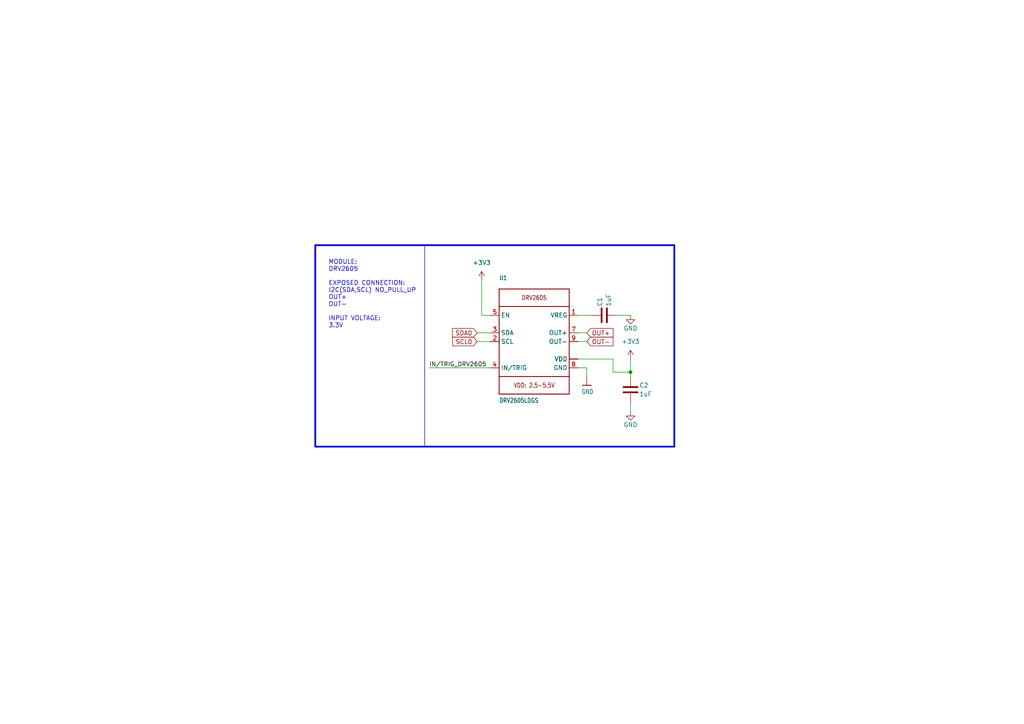
<source format=kicad_sch>
(kicad_sch (version 20230121) (generator eeschema)
  (paper "A4")
  (lib_symbols
    (symbol "Adafruit DRV2605L STEMMA QT-eagle-import:DRV2605_SOP"
      (property "Reference" "U" (at -10.16 17.78 0))
      (symbol "DRV2605_SOP_1_0"
        (polyline (pts (xy -10.16 -15.24) (xy 10.16 -15.24)) (stroke (width 0.254)))
        (polyline (pts (xy -10.16 -10.16) (xy -10.16 -15.24)) (stroke (width 0.254)))
        (polyline (pts (xy -10.16 -10.16) (xy -10.16 10.16)) (stroke (width 0.254)))
        (polyline (pts (xy -10.16 10.16) (xy -10.16 15.24)) (stroke (width 0.254)))
        (polyline (pts (xy -10.16 10.16) (xy 10.16 10.16)) (stroke (width 0.254)))
        (polyline (pts (xy -10.16 15.24) (xy 10.16 15.24)) (stroke (width 0.254)))
        (polyline (pts (xy 10.16 -15.24) (xy 10.16 -10.16)) (stroke (width 0.254)))
        (polyline (pts (xy 10.16 -10.16) (xy -10.16 -10.16)) (stroke (width 0.254)))
        (polyline (pts (xy 10.16 10.16) (xy 10.16 -10.16)) (stroke (width 0.254)))
        (polyline (pts (xy 10.16 15.24) (xy 10.16 10.16)) (stroke (width 0.254)))
        (text "DRV2605" (at 0 12.7 0) (effects (font (size 1.27 1.0795))))
        (text "VDD: 2.5-5.5V" (at 0 -12.7 0) (effects (font (size 1.27 1.0795))))
        (pin output line (at 12.7 7.62 180) (length 2.54) (name "VREG") (number "1"))
        (pin power_in line (at 12.7 -5.08 180) (length 2.54) (name "VDD") (number "10"))
        (pin input line (at -12.7 0 0) (length 2.54) (name "SCL") (number "2"))
        (pin bidirectional line (at -12.7 2.54 0) (length 2.54) (name "SDA") (number "3"))
        (pin input line (at -12.7 -7.62 0) (length 2.54) (name "IN/TRIG") (number "4"))
        (pin input line (at -12.7 7.62 0) (length 2.54) (name "EN") (number "5"))
        (pin power_in line (at 12.7 -5.08 180) (length 2.54) (name "VDD") (number "6"))
        (pin output line (at 12.7 2.54 180) (length 2.54) (name "OUT+") (number "7"))
        (pin power_in line (at 12.7 -7.62 180) (length 2.54) (name "GND") (number "8"))
        (pin output line (at 12.7 0 180) (length 2.54) (name "OUT-") (number "9"))
      )
    )
    (symbol "Adafruit DRV2605L STEMMA QT-eagle-import:GND" (power)
      (property "Value" "GND" (at -1.524 -2.54 0))
      (symbol "GND_1_0"
        (polyline (pts (xy -1.27 0) (xy 1.27 0)) (stroke (width 0.254)))
        (pin power_in line (at 0 2.54 270) (length 2.54) (name "GND") (number "1"))
      )
    )
    (symbol "Device:C" (pin_numbers hide) (pin_names (offset 0.254))
      (property "Reference" "C" (at 0.635 2.54 0))
      (property "Value" "C" (at 0.635 -2.54 0))
      (symbol "C_0_1"
        (polyline (pts (xy -2.032 -0.762) (xy 2.032 -0.762)) (stroke (width 0.508)))
        (polyline (pts (xy -2.032 0.762) (xy 2.032 0.762)) (stroke (width 0.508)))
      )
      (symbol "C_1_1"
        (pin passive line (at 0 3.81 270) (length 2.794) (name "~") (number "1"))
        (pin passive line (at 0 -3.81 90) (length 2.794) (name "~") (number "2"))
      )
    )
    (symbol "power:+3V3" (power) (pin_names (offset 0))
      (property "Value" "+3V3" (at 0 3.556 0))
      (symbol "+3V3_0_1"
        (polyline (pts (xy -0.762 1.27) (xy 0 2.54)))
        (polyline (pts (xy 0 0) (xy 0 2.54)))
        (polyline (pts (xy 0 2.54) (xy 0.762 1.27)))
      )
      (symbol "+3V3_1_1"
        (pin power_in line (at 0 0 90) (length 0) hide (name "+3V3") (number "1"))
      )
    )
    (symbol "power:GND" (power) (pin_names (offset 0))
      (property "Value" "GND" (at 0 -3.81 0))
      (symbol "GND_0_1"
        (polyline (pts (xy 0 0) (xy 0 -1.27) (xy 1.27 -1.27) (xy 0 -2.54) (xy -1.27 -1.27) (xy 0 -1.27)))
      )
      (symbol "GND_1_1"
        (pin power_in line (at 0 0 270) (length 0) hide (name "GND") (number "1"))
      )
    )
  )
  (junction (at 182.88 107.95))
  (wire (pts (xy 167.64 96.52) (xy 170.18 96.52)))
  (wire (pts (xy 177.8 107.95) (xy 177.8 104.14)) (stroke (width 0.1524)))
  (wire (pts (xy 170.18 106.68) (xy 170.18 109.22)) (stroke (width 0.1524)))
  (wire (pts (xy 142.24 91.44) (xy 139.7 91.44)) (stroke (width 0.1524)))
  (wire (pts (xy 182.88 116.84) (xy 182.88 119.38)) (stroke (width 0.1524)))
  (wire (pts (xy 182.88 107.95) (xy 182.88 109.22)) (stroke (width 0.1524)))
  (wire (pts (xy 167.64 91.44) (xy 171.45 91.44)) (stroke (width 0.1524)))
  (wire (pts (xy 142.24 106.68) (xy 124.46 106.68)) (stroke (width 0.1524)))
  (wire (pts (xy 142.24 96.52) (xy 138.43 96.52)) (stroke (width 0.1524)))
  (wire (pts (xy 182.88 104.14) (xy 182.88 107.95)) (stroke (width 0.1524)))
  (wire (pts (xy 177.8 104.14) (xy 167.64 104.14)) (stroke (width 0.1524)))
  (wire (pts (xy 139.7 91.44) (xy 139.7 81.28)) (stroke (width 0.1524)))
  (wire (pts (xy 167.64 106.68) (xy 170.18 106.68)) (stroke (width 0.1524)))
  (wire (pts (xy 177.8 107.95) (xy 182.88 107.95)) (stroke (width 0.1524)))
  (wire (pts (xy 167.64 99.06) (xy 170.18 99.06)))
  (wire (pts (xy 179.07 91.44) (xy 182.88 91.44)) (stroke (width 0.1524)))
  (wire (pts (xy 142.24 99.06) (xy 138.43 99.06)) (stroke (width 0.1524)))
  (rectangle (start 91.44 71.12) (end 195.58 129.54) (stroke (width 0.5)))
  (rectangle (start 91.44 71.12) (end 123.19 129.54))
  (text "MODULE:\nDRV2605\n\nEXPOSED CONNECTION: \nI2C(SDA,SCL) NO_PULL_UP\nOUT+\nOUT-\n\nINPUT VOLTAGE:\n3.3V" (at 95.25 95.25 0) (effects (font (size 1.27 1.27)) (justify left bottom)))
  (label "IN{slash}TRIG_DRV2605" (at 124.46 106.68 0) (effects (font (size 1.2446 1.2446))))
  (global_label "OUT-" (shape input) (at 170.18 99.06 0) (property "Intersheetrefs" "${INTERSHEET_REFS}" (effects hide)))
  (global_label "SDA0" (shape input) (at 138.43 96.52 180) (property "Intersheetrefs" "${INTERSHEET_REFS}" (effects hide)))
  (global_label "OUT+" (shape input) (at 170.18 96.52 0) (property "Intersheetrefs" "${INTERSHEET_REFS}" (effects hide)))
  (global_label "SCL0" (shape input) (at 138.43 99.06 180) (property "Intersheetrefs" "${INTERSHEET_REFS}" (effects hide)))
  (symbol (lib_id "power:+3V3") (at 182.88 104.14 0) (unit 1)
    (property "Reference" "#PWR03" (effects hide))
    (property "Value" "+3V3" (at 182.88 99.06 0))
  )
  (symbol (lib_id "Device:C") (at 175.26 91.44 90) (unit 1)
    (property "Reference" "C1" (at 173.99 88.9 0) (effects (justify left)))
    (property "Value" "1uF" (at 176.53 88.9 0) (effects (justify left)))
    (property "Footprint" "Capacitor_SMD:C_0402_1005Metric" (effects hide))
  )
  (symbol (lib_id "power:GND") (at 182.88 91.44 0) (unit 1)
    (property "Reference" "#PWR02" (effects hide))
    (property "Value" "GND" (at 182.88 95.25 0))
  )
  (symbol (lib_id "power:+3V3") (at 139.7 81.28 0) (unit 1)
    (property "Reference" "#PWR01" (effects hide))
    (property "Value" "+3V3" (at 139.7 76.2 0))
  )
  (symbol (lib_id "Adafruit DRV2605L STEMMA QT-eagle-import:GND") (at 170.18 111.76 0) (unit 1)
    (property "Reference" "#U$01" (effects hide))
    (property "Value" "GND" (at 168.656 114.3 0) (effects (font (size 1.27 1.0795)) (justify left bottom)))
  )
  (symbol (lib_id "Adafruit DRV2605L STEMMA QT-eagle-import:DRV2605_SOP") (at 154.94 99.06 0) (unit 1)
    (property "Reference" "U1" (at 144.78 81.28 0) (effects (font (size 1.27 1.0795)) (justify left bottom)))
    (property "Value" "DRV2605LDGS" (at 144.78 116.84 0) (effects (font (size 1.27 1.0795)) (justify left bottom)))
    (property "Footprint" "Adafruit DRV2605L STEMMA QT:PSOP10" (effects hide))
  )
  (symbol (lib_id "Device:C") (at 182.88 113.03 0) (unit 1)
    (property "Reference" "C2" (at 185.42 111.76 0) (effects (justify left)))
    (property "Value" "1uF" (at 185.42 114.3 0) (effects (justify left)))
    (property "Footprint" "Capacitor_SMD:C_0402_1005Metric" (effects hide))
  )
  (symbol (lib_id "power:GND") (at 182.88 119.38 0) (unit 1)
    (property "Reference" "#PWR04" (effects hide))
    (property "Value" "GND" (at 182.88 123.19 0))
  )
)
</source>
